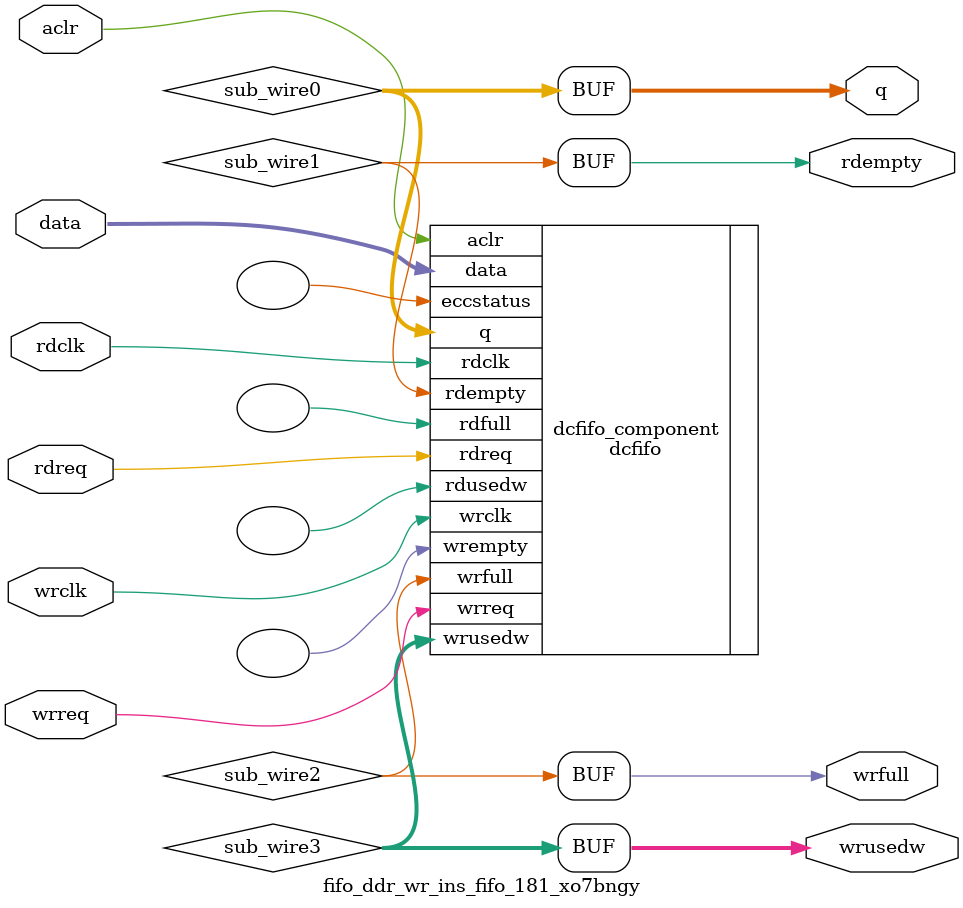
<source format=v>



`timescale 1 ps / 1 ps
// synopsys translate_on
module  fifo_ddr_wr_ins_fifo_181_xo7bngy  (
    aclr,
    data,
    rdclk,
    rdreq,
    wrclk,
    wrreq,
    q,
    rdempty,
    wrfull,
    wrusedw);

    input    aclr;
    input  [545:0]  data;
    input    rdclk;
    input    rdreq;
    input    wrclk;
    input    wrreq;
    output [545:0]  q;
    output   rdempty;
    output   wrfull;
    output [6:0]  wrusedw;
`ifndef ALTERA_RESERVED_QIS
// synopsys translate_off
`endif
    tri0     aclr;
`ifndef ALTERA_RESERVED_QIS
// synopsys translate_on
`endif

    wire [545:0] sub_wire0;
    wire  sub_wire1;
    wire  sub_wire2;
    wire [6:0] sub_wire3;
    wire [545:0] q = sub_wire0[545:0];
    wire  rdempty = sub_wire1;
    wire  wrfull = sub_wire2;
    wire [6:0] wrusedw = sub_wire3[6:0];

    dcfifo  dcfifo_component (
                .aclr (aclr),
                .data (data),
                .rdclk (rdclk),
                .rdreq (rdreq),
                .wrclk (wrclk),
                .wrreq (wrreq),
                .q (sub_wire0),
                .rdempty (sub_wire1),
                .wrfull (sub_wire2),
                .wrusedw (sub_wire3),
                .eccstatus (),
                .rdfull (),
                .rdusedw (),
                .wrempty ());
    defparam
        dcfifo_component.enable_ecc  = "FALSE",
        dcfifo_component.intended_device_family  = "Arria 10",
        dcfifo_component.lpm_hint  = "DISABLE_DCFIFO_EMBEDDED_TIMING_CONSTRAINT=TRUE",
        dcfifo_component.lpm_numwords  = 128,
        dcfifo_component.lpm_showahead  = "ON",
        dcfifo_component.lpm_type  = "dcfifo",
        dcfifo_component.lpm_width  = 546,
        dcfifo_component.lpm_widthu  = 7,
        dcfifo_component.overflow_checking  = "ON",
        dcfifo_component.rdsync_delaypipe  = 4,
        dcfifo_component.read_aclr_synch  = "OFF",
        dcfifo_component.underflow_checking  = "ON",
        dcfifo_component.use_eab  = "ON",
        dcfifo_component.write_aclr_synch  = "OFF",
        dcfifo_component.wrsync_delaypipe  = 4;


endmodule



</source>
